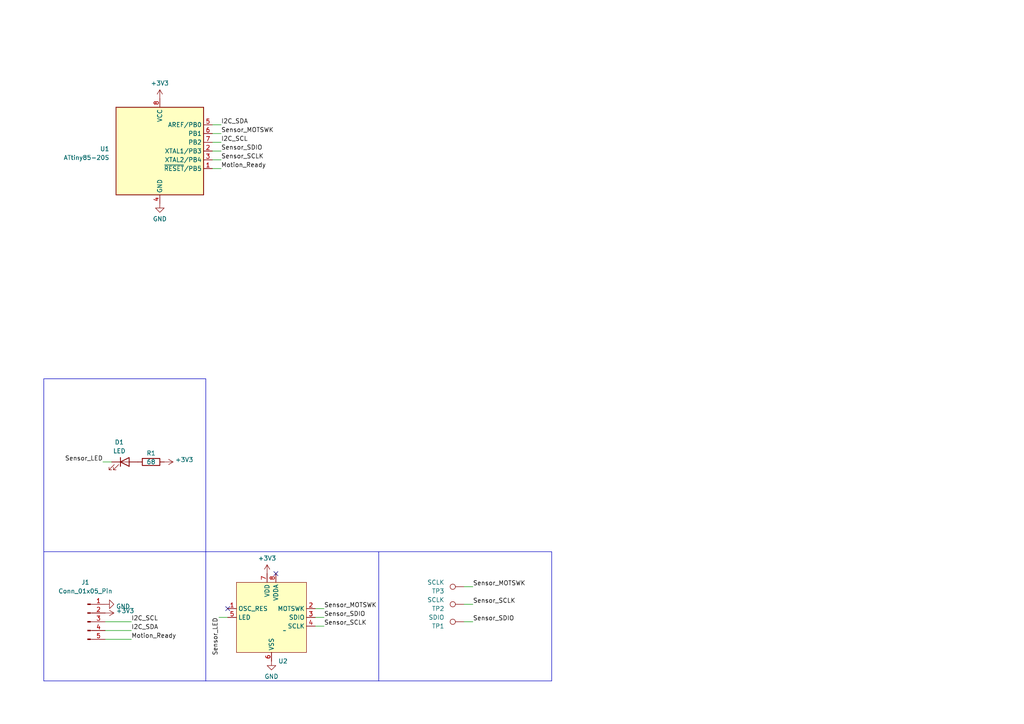
<source format=kicad_sch>
(kicad_sch (version 20230121) (generator eeschema)
  (paper "A4")
  (lib_symbols
    (symbol "Connector:Conn_01x05_Pin" (pin_names (offset 1.016) hide)
      (property "Reference" "J" (at 0 7.62 0))
      (property "Value" "Conn_01x05_Pin" (at 0 -7.62 0))
      (symbol "Conn_01x05_Pin_1_1"
        (polyline (pts (xy 1.27 -5.08) (xy 0.8636 -5.08)) (stroke (width 0.1524)))
        (polyline (pts (xy 1.27 -2.54) (xy 0.8636 -2.54)) (stroke (width 0.1524)))
        (polyline (pts (xy 1.27 0) (xy 0.8636 0)) (stroke (width 0.1524)))
        (polyline (pts (xy 1.27 2.54) (xy 0.8636 2.54)) (stroke (width 0.1524)))
        (polyline (pts (xy 1.27 5.08) (xy 0.8636 5.08)) (stroke (width 0.1524)))
        (rectangle (start 0.8636 -4.953) (end 0 -5.207) (stroke (width 0.1524)) (fill (type outline)))
        (rectangle (start 0.8636 -2.413) (end 0 -2.667) (stroke (width 0.1524)) (fill (type outline)))
        (rectangle (start 0.8636 0.127) (end 0 -0.127) (stroke (width 0.1524)) (fill (type outline)))
        (rectangle (start 0.8636 2.667) (end 0 2.413) (stroke (width 0.1524)) (fill (type outline)))
        (rectangle (start 0.8636 5.207) (end 0 4.953) (stroke (width 0.1524)) (fill (type outline)))
        (pin passive line (at 5.08 5.08 180) (length 3.81) (name "Pin_1") (number "1"))
        (pin passive line (at 5.08 2.54 180) (length 3.81) (name "Pin_2") (number "2"))
        (pin passive line (at 5.08 0 180) (length 3.81) (name "Pin_3") (number "3"))
        (pin passive line (at 5.08 -2.54 180) (length 3.81) (name "Pin_4") (number "4"))
        (pin passive line (at 5.08 -5.08 180) (length 3.81) (name "Pin_5") (number "5"))
      )
    )
    (symbol "Connector:TestPoint" (pin_numbers hide) (pin_names (offset 0.762) hide)
      (property "Reference" "TP" (at 0 6.858 0))
      (property "Value" "TestPoint" (at 0 5.08 0))
      (symbol "TestPoint_0_1"
        (circle (center 0 3.302) (radius 0.762))
      )
      (symbol "TestPoint_1_1"
        (pin passive line (at 0 0 90) (length 2.54) (name "1") (number "1"))
      )
    )
    (symbol "CustomSensors:FCT3065"
      (property "Reference" "U" (at 7.62 -11.43 0))
      (symbol "FCT3065_1_1"
        (rectangle (start -10.16 10.16) (end 10.16 -10.16) (fill (type background)))
        (pin input line (at -12.7 2.54 0) (length 2.54) (name "OSC_RES") (number "1"))
        (pin output line (at 12.7 2.54 180) (length 2.54) (name "MOTSWK") (number "2"))
        (pin bidirectional line (at 12.7 0 180) (length 2.54) (name "SDIO") (number "3"))
        (pin input line (at 12.7 -2.54 180) (length 2.54) (name "SCLK") (number "4"))
        (pin output line (at -12.7 0 0) (length 2.54) (name "LED") (number "5"))
        (pin power_in line (at 0 -12.7 90) (length 2.54) (name "VSS") (number "6"))
        (pin power_in line (at -1.27 12.7 270) (length 2.54) (name "VDD") (number "7"))
        (pin power_in line (at 1.27 12.7 270) (length 2.54) (name "VDDA") (number "8"))
      )
    )
    (symbol "Device:LED" (pin_numbers hide) (pin_names (offset 1.016) hide)
      (property "Reference" "D" (at 0 2.54 0))
      (property "Value" "LED" (at 0 -2.54 0))
      (symbol "LED_0_1"
        (polyline (pts (xy -1.27 -1.27) (xy -1.27 1.27)) (stroke (width 0.254)))
        (polyline (pts (xy -1.27 0) (xy 1.27 0)))
        (polyline (pts (xy 1.27 -1.27) (xy 1.27 1.27) (xy -1.27 0) (xy 1.27 -1.27)) (stroke (width 0.254)))
        (polyline (pts (xy -3.048 -0.762) (xy -4.572 -2.286) (xy -3.81 -2.286) (xy -4.572 -2.286) (xy -4.572 -1.524)))
        (polyline (pts (xy -1.778 -0.762) (xy -3.302 -2.286) (xy -2.54 -2.286) (xy -3.302 -2.286) (xy -3.302 -1.524)))
      )
      (symbol "LED_1_1"
        (pin passive line (at -3.81 0 0) (length 2.54) (name "K") (number "1"))
        (pin passive line (at 3.81 0 180) (length 2.54) (name "A") (number "2"))
      )
    )
    (symbol "Device:R" (pin_numbers hide) (pin_names (offset 0))
      (property "Reference" "R" (at 2.032 0 90))
      (property "Value" "R" (at 0 0 90))
      (symbol "R_0_1"
        (rectangle (start -1.016 -2.54) (end 1.016 2.54) (stroke (width 0.254)))
      )
      (symbol "R_1_1"
        (pin passive line (at 0 3.81 270) (length 1.27) (name "~") (number "1"))
        (pin passive line (at 0 -3.81 90) (length 1.27) (name "~") (number "2"))
      )
    )
    (symbol "MCU_Microchip_ATtiny:ATtiny85-20S"
      (property "Reference" "U" (at -12.7 13.97 0))
      (property "Value" "ATtiny85-20S" (at 2.54 -13.97 0))
      (symbol "ATtiny85-20S_0_1"
        (rectangle (start -12.7 -12.7) (end 12.7 12.7) (stroke (width 0.254)) (fill (type background)))
      )
      (symbol "ATtiny85-20S_1_1"
        (pin bidirectional line (at 15.24 -5.08 180) (length 2.54) (name "~{RESET}/PB5") (number "1"))
        (pin bidirectional line (at 15.24 0 180) (length 2.54) (name "XTAL1/PB3") (number "2"))
        (pin bidirectional line (at 15.24 -2.54 180) (length 2.54) (name "XTAL2/PB4") (number "3"))
        (pin power_in line (at 0 -15.24 90) (length 2.54) (name "GND") (number "4"))
        (pin bidirectional line (at 15.24 7.62 180) (length 2.54) (name "AREF/PB0") (number "5"))
        (pin bidirectional line (at 15.24 5.08 180) (length 2.54) (name "PB1") (number "6"))
        (pin bidirectional line (at 15.24 2.54 180) (length 2.54) (name "PB2") (number "7"))
        (pin power_in line (at 0 15.24 270) (length 2.54) (name "VCC") (number "8"))
      )
    )
    (symbol "power:+3V3" (power) (pin_names (offset 0))
      (property "Value" "+3V3" (at 0 3.556 0))
      (symbol "+3V3_0_1"
        (polyline (pts (xy -0.762 1.27) (xy 0 2.54)))
        (polyline (pts (xy 0 0) (xy 0 2.54)))
        (polyline (pts (xy 0 2.54) (xy 0.762 1.27)))
      )
      (symbol "+3V3_1_1"
        (pin power_in line (at 0 0 90) (length 0) hide (name "+3V3") (number "1"))
      )
    )
    (symbol "power:GND" (power) (pin_names (offset 0))
      (property "Value" "GND" (at 0 -3.81 0))
      (symbol "GND_0_1"
        (polyline (pts (xy 0 0) (xy 0 -1.27) (xy 1.27 -1.27) (xy 0 -2.54) (xy -1.27 -1.27) (xy 0 -1.27)))
      )
      (symbol "GND_1_1"
        (pin power_in line (at 0 0 270) (length 0) hide (name "GND") (number "1"))
      )
    )
  )
  (no_connect (at 66.04 176.53))
  (no_connect (at 80.01 166.37))
  (polyline (pts (xy 109.855 160.02) (xy 59.69 160.02)))
  (wire (pts (xy 134.62 170.18) (xy 137.16 170.18)))
  (polyline (pts (xy 12.7 160.02) (xy 59.69 160.02)))
  (wire (pts (xy 61.595 46.355) (xy 64.135 46.355)))
  (wire (pts (xy 30.48 185.42) (xy 38.1 185.42)))
  (wire (pts (xy 91.44 179.07) (xy 93.98 179.07)))
  (wire (pts (xy 91.44 181.61) (xy 93.98 181.61)))
  (polyline (pts (xy 59.69 109.855) (xy 12.7 109.855)))
  (polyline (pts (xy 109.855 160.02) (xy 160.02 160.02)))
  (wire (pts (xy 30.48 180.34) (xy 38.1 180.34)))
  (polyline (pts (xy 12.7 197.485) (xy 12.7 160.02)))
  (wire (pts (xy 30.48 182.88) (xy 38.1 182.88)))
  (polyline (pts (xy 160.02 160.02) (xy 160.02 197.485)))
  (wire (pts (xy 29.845 133.985) (xy 32.385 133.985)))
  (polyline (pts (xy 12.7 109.855) (xy 12.7 160.02)))
  (wire (pts (xy 91.44 176.53) (xy 93.98 176.53)))
  (polyline (pts (xy 59.69 160.02) (xy 59.69 109.855)))
  (wire (pts (xy 61.595 36.195) (xy 64.135 36.195)))
  (polyline (pts (xy 109.855 197.485) (xy 109.855 160.02)))
  (wire (pts (xy 61.595 38.735) (xy 64.135 38.735)))
  (wire (pts (xy 61.595 43.815) (xy 64.135 43.815)))
  (polyline (pts (xy 160.02 197.485) (xy 109.855 197.485)))
  (wire (pts (xy 61.595 48.895) (xy 64.135 48.895)))
  (wire (pts (xy 61.595 41.275) (xy 64.135 41.275)))
  (polyline (pts (xy 12.7 197.485) (xy 59.69 197.485)))
  (polyline (pts (xy 59.69 197.485) (xy 109.855 197.485)))
  (wire (pts (xy 63.5 179.07) (xy 66.04 179.07)))
  (wire (pts (xy 134.62 180.34) (xy 137.16 180.34)))
  (polyline (pts (xy 59.69 160.02) (xy 59.69 197.485)))
  (wire (pts (xy 134.62 175.26) (xy 137.16 175.26)))
  (label "I2C_SCL" (at 38.1 180.34 0))
  (label "I2C_SDA" (at 64.135 36.195 0))
  (label "Sensor_SDIO" (at 64.135 43.815 0))
  (label "Sensor_SCLK" (at 137.16 175.26 0))
  (label "Sensor_SDIO" (at 137.16 180.34 0))
  (label "Sensor_MOTSWK" (at 137.16 170.18 0))
  (label "I2C_SDA" (at 38.1 182.88 0))
  (label "Sensor_SDIO" (at 93.98 179.07 0))
  (label "Sensor_LED" (at 29.845 133.985 180))
  (label "Sensor_MOTSWK" (at 64.135 38.735 0))
  (label "I2C_SCL" (at 64.135 41.275 0))
  (label "Sensor_SCLK" (at 93.98 181.61 0))
  (label "Motion_Ready" (at 38.1 185.42 0))
  (label "Sensor_MOTSWK" (at 93.98 176.53 0))
  (label "Motion_Ready" (at 64.135 48.895 0))
  (label "Sensor_LED" (at 63.5 179.07 270))
  (label "Sensor_SCLK" (at 64.135 46.355 0))
  (symbol (lib_id "Device:R") (at 43.815 133.985 90) (unit 1)
    (property "Reference" "R1" (at 43.815 131.445 90))
    (property "Value" "68" (at 43.815 133.985 90))
    (property "Footprint" "Resistor_SMD:R_0805_2012Metric" (effects hide))
  )
  (symbol (lib_id "Connector:Conn_01x05_Pin") (at 25.4 180.34 0) (unit 1)
    (property "Reference" "J1" (at 24.765 168.91 0))
    (property "Value" "Conn_01x05_Pin" (at 24.765 171.45 0))
    (property "Footprint" "Connector_PinHeader_2.54mm:PinHeader_1x05_P2.54mm_Vertical" (effects hide))
  )
  (symbol (lib_id "power:GND") (at 78.74 191.77 0) (unit 1)
    (property "Reference" "#PWR06" (effects hide))
    (property "Value" "GND" (at 78.74 196.215 0))
  )
  (symbol (lib_id "Connector:TestPoint") (at 134.62 170.18 90) (unit 1)
    (property "Reference" "TP3" (at 128.905 171.45 90) (effects (justify left)))
    (property "Value" "SCLK" (at 128.905 168.91 90) (effects (justify left)))
    (property "Footprint" "TestPoint:TestPoint_Pad_D1.5mm" (effects hide))
  )
  (symbol (lib_id "Connector:TestPoint") (at 134.62 180.34 90) (unit 1)
    (property "Reference" "TP1" (at 128.905 181.61 90) (effects (justify left)))
    (property "Value" "SDIO" (at 128.905 179.07 90) (effects (justify left)))
    (property "Footprint" "TestPoint:TestPoint_Pad_D1.5mm" (effects hide))
  )
  (symbol (lib_id "power:+3V3") (at 30.48 177.8 270) (unit 1)
    (property "Reference" "#PWR02" (effects hide))
    (property "Value" "+3V3" (at 33.655 177.165 90) (effects (justify left)))
  )
  (symbol (lib_id "power:+3V3") (at 46.355 28.575 0) (unit 1)
    (property "Reference" "#PWR03" (effects hide))
    (property "Value" "+3V3" (at 46.355 24.13 0))
  )
  (symbol (lib_id "Device:LED") (at 36.195 133.985 0) (unit 1)
    (property "Reference" "D1" (at 34.6075 128.27 0))
    (property "Value" "LED" (at 34.6075 130.81 0))
    (property "Footprint" "LED_THT:LED_D5.0mm" (effects hide))
  )
  (symbol (lib_id "power:GND") (at 46.355 59.055 0) (unit 1)
    (property "Reference" "#PWR04" (effects hide))
    (property "Value" "GND" (at 46.355 63.5 0))
  )
  (symbol (lib_id "Connector:TestPoint") (at 134.62 175.26 90) (unit 1)
    (property "Reference" "TP2" (at 128.905 176.53 90) (effects (justify left)))
    (property "Value" "SCLK" (at 128.905 173.99 90) (effects (justify left)))
    (property "Footprint" "TestPoint:TestPoint_Pad_D1.5mm" (effects hide))
  )
  (symbol (lib_id "power:GND") (at 30.48 175.26 90) (unit 1)
    (property "Reference" "#PWR01" (effects hide))
    (property "Value" "GND" (at 33.655 175.895 90) (effects (justify right)))
  )
  (symbol (lib_id "CustomSensors:FCT3065") (at 78.74 179.07 0) (unit 1)
    (property "Reference" "U2" (at 80.6959 191.77 0) (effects (justify left)))
    (property "Value" "~" (at 82.55 182.88 0))
    (property "Footprint" "Custom_Sensors:FCT-3065" (effects hide))
  )
  (symbol (lib_id "MCU_Microchip_ATtiny:ATtiny85-20S") (at 46.355 43.815 0) (unit 1)
    (property "Reference" "U1" (at 31.75 43.18 0) (effects (justify right)))
    (property "Value" "ATtiny85-20S" (at 31.75 45.72 0) (effects (justify right)))
    (property "Footprint" "Package_SO:SOIC-8W_5.3x5.3mm_P1.27mm" (effects hide))
    (property "Datasheet" "http://ww1.microchip.com/downloads/en/DeviceDoc/atmel-2586-avr-8-bit-microcontroller-attiny25-attiny45-attiny85_datasheet.pdf" (effects hide))
  )
  (symbol (lib_id "power:+3V3") (at 77.47 166.37 0) (unit 1)
    (property "Reference" "#PWR05" (effects hide))
    (property "Value" "+3V3" (at 77.47 161.925 0))
  )
  (symbol (lib_id "power:+3V3") (at 47.625 133.985 270) (unit 1)
    (property "Reference" "#PWR07" (effects hide))
    (property "Value" "+3V3" (at 50.8 133.35 90) (effects (justify left)))
  )
)
</source>
